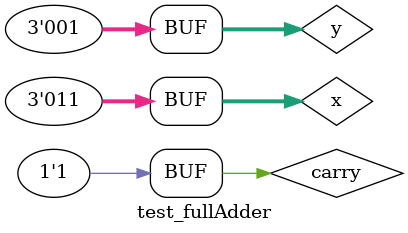
<source format=v>
module fullAdder (output s0, output s1, input a, input b, input carryIn);
wire s2, s3, s4, s5;
xor XOR1(s2, a, b);
xor XOR2(s0, s2, carryIn);
and AND1(s3, b, carryIn);
and AND2(s4, a, carryIn);
and AND3(s5, a, b);
or OR1(s1, s3, s4, s5);

endmodule // fullAdder
module test_fullAdder;
// ------------------------- definir dados
reg[0:2] x;
reg[0:2] y;
reg carry;
wire[0:2] soma1;
wire[0:2] soma2;

fullAdder modulo1(soma1[0], soma2[0], x[0], y[0], carry);
fullAdder modulo2(soma1[1], soma2[1], x[1], y[1], carry);
fullAdder modulo3(soma1[2], soma2[2], x[2], y[2], carry);
// ------------------------- parte principal
initial begin
$display("Exemplo0021 - Guilherme Moreira Nunes - 408947");
$display("Test ALUs full adder");
$display(" x     y    ci   s0   s1 ");
#1 x = 7; y = 7; carry = 0;
$monitor("%b + %b + %b  = %b  %b", x, y, carry, soma2, soma1);

#1 x = 5; y = 6; carry = 1;
#1 x = 2; y = 4; carry = 0;
#1 x = 3; y = 1; carry = 1;
// projetar testes do somador complete
end
endmodule // test_fullAdder
</source>
